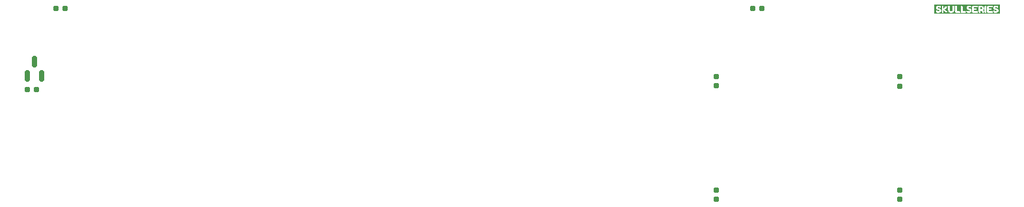
<source format=gtp>
G04 #@! TF.GenerationSoftware,KiCad,Pcbnew,(5.99.0-10527-gaaffd0c137)*
G04 #@! TF.CreationDate,2021-08-05T16:46:22-04:00*
G04 #@! TF.ProjectId,miBlackSVR_Top,6d69426c-6163-46b5-9356-525f546f702e,rev?*
G04 #@! TF.SameCoordinates,Original*
G04 #@! TF.FileFunction,Paste,Top*
G04 #@! TF.FilePolarity,Positive*
%FSLAX46Y46*%
G04 Gerber Fmt 4.6, Leading zero omitted, Abs format (unit mm)*
G04 Created by KiCad (PCBNEW (5.99.0-10527-gaaffd0c137)) date 2021-08-05 16:46:22*
%MOMM*%
%LPD*%
G01*
G04 APERTURE LIST*
G04 Aperture macros list*
%AMRoundRect*
0 Rectangle with rounded corners*
0 $1 Rounding radius*
0 $2 $3 $4 $5 $6 $7 $8 $9 X,Y pos of 4 corners*
0 Add a 4 corners polygon primitive as box body*
4,1,4,$2,$3,$4,$5,$6,$7,$8,$9,$2,$3,0*
0 Add four circle primitives for the rounded corners*
1,1,$1+$1,$2,$3*
1,1,$1+$1,$4,$5*
1,1,$1+$1,$6,$7*
1,1,$1+$1,$8,$9*
0 Add four rect primitives between the rounded corners*
20,1,$1+$1,$2,$3,$4,$5,0*
20,1,$1+$1,$4,$5,$6,$7,0*
20,1,$1+$1,$6,$7,$8,$9,0*
20,1,$1+$1,$8,$9,$2,$3,0*%
G04 Aperture macros list end*
%ADD10RoundRect,0.160000X0.160000X-0.197500X0.160000X0.197500X-0.160000X0.197500X-0.160000X-0.197500X0*%
%ADD11RoundRect,0.160000X0.197500X0.160000X-0.197500X0.160000X-0.197500X-0.160000X0.197500X-0.160000X0*%
%ADD12RoundRect,0.150000X0.150000X-0.587500X0.150000X0.587500X-0.150000X0.587500X-0.150000X-0.587500X0*%
%ADD13RoundRect,0.160000X-0.197500X-0.160000X0.197500X-0.160000X0.197500X0.160000X-0.197500X0.160000X0*%
G04 APERTURE END LIST*
G36*
X255783660Y-69533785D02*
G01*
X255820490Y-69618240D01*
X255783660Y-69702060D01*
X255710000Y-69730000D01*
X255547440Y-69730000D01*
X255547440Y-69505210D01*
X255707460Y-69505210D01*
X255783660Y-69533785D01*
G37*
G36*
X249573688Y-69170000D02*
G01*
X258127562Y-69170000D01*
X258127562Y-70343056D01*
X249573688Y-70343056D01*
X249573688Y-70018148D01*
X249785355Y-70018148D01*
X249818375Y-70091173D01*
X249829805Y-70105143D01*
X249866635Y-70143878D01*
X249923785Y-70183883D01*
X250010145Y-70220078D01*
X250065072Y-70231032D01*
X250123175Y-70234683D01*
X250199516Y-70227204D01*
X250272753Y-70204767D01*
X250342885Y-70167373D01*
X250391145Y-70125939D01*
X250429245Y-70070218D01*
X250454010Y-70002432D01*
X250462265Y-69924803D01*
X250454169Y-69848762D01*
X250429880Y-69785738D01*
X250393526Y-69737637D01*
X250349235Y-69706363D01*
X250298752Y-69685249D01*
X250243825Y-69667628D01*
X250188897Y-69653817D01*
X250138415Y-69644133D01*
X250057770Y-69614923D01*
X250025385Y-69558408D01*
X250052690Y-69503798D01*
X250121270Y-69484113D01*
X250189215Y-69500623D01*
X250208900Y-69517133D01*
X250223505Y-69529833D01*
X250289545Y-69555233D01*
X250334630Y-69539358D01*
X250378445Y-69491733D01*
X250408925Y-69421883D01*
X250396873Y-69402833D01*
X250544815Y-69402833D01*
X250544815Y-70108953D01*
X250552435Y-70173723D01*
X250586090Y-70209918D01*
X250656575Y-70221983D01*
X250721980Y-70213411D01*
X250755635Y-70187693D01*
X250767700Y-70154673D01*
X250769605Y-70110223D01*
X250769605Y-69862573D01*
X251049005Y-70181343D01*
X251127110Y-70234683D01*
X251210295Y-70190868D01*
X251261095Y-70114668D01*
X251219185Y-70035293D01*
X251171481Y-69982509D01*
X251109647Y-69918136D01*
X251033686Y-69842174D01*
X250943595Y-69754623D01*
X250994395Y-69706363D01*
X251066785Y-69636037D01*
X251129015Y-69573648D01*
X251181085Y-69519197D01*
X251222995Y-69472683D01*
X251257631Y-69402833D01*
X251356345Y-69402833D01*
X251356345Y-69785103D01*
X251362774Y-69867971D01*
X251382062Y-69946393D01*
X251414209Y-70020371D01*
X251459215Y-70089903D01*
X251516206Y-70149593D01*
X251588120Y-70196583D01*
X251671940Y-70227063D01*
X251764650Y-70237223D01*
X251857519Y-70227222D01*
X251941815Y-70197218D01*
X252014522Y-70151022D01*
X252072625Y-70092443D01*
X252118186Y-70021958D01*
X252150730Y-69947663D01*
X252170256Y-69869558D01*
X252176765Y-69787643D01*
X252176765Y-69404103D01*
X252176618Y-69402833D01*
X252278365Y-69402833D01*
X252278365Y-70108953D01*
X252285985Y-70173723D01*
X252319640Y-70209918D01*
X252390125Y-70221983D01*
X252847325Y-70221983D01*
X252913365Y-70209283D01*
X252934955Y-70181343D01*
X252941305Y-70127368D01*
X252934955Y-70073393D01*
X252909555Y-70043548D01*
X252848595Y-70034023D01*
X252503155Y-70034023D01*
X252503155Y-69404103D01*
X252503033Y-69402833D01*
X253023855Y-69402833D01*
X253023855Y-70108953D01*
X253031475Y-70173723D01*
X253065130Y-70209918D01*
X253135615Y-70221983D01*
X253592815Y-70221983D01*
X253658855Y-70209283D01*
X253680445Y-70181343D01*
X253686795Y-70127368D01*
X253680445Y-70073393D01*
X253655045Y-70043548D01*
X253594085Y-70034023D01*
X253248645Y-70034023D01*
X253248645Y-70018148D01*
X253750295Y-70018148D01*
X253783315Y-70091173D01*
X253794745Y-70105143D01*
X253831575Y-70143878D01*
X253888725Y-70183883D01*
X253975085Y-70220078D01*
X254030013Y-70231032D01*
X254088115Y-70234683D01*
X254164456Y-70227204D01*
X254237693Y-70204767D01*
X254307825Y-70167373D01*
X254356085Y-70125939D01*
X254394185Y-70070218D01*
X254418950Y-70002432D01*
X254427205Y-69924803D01*
X254419109Y-69848762D01*
X254394820Y-69785738D01*
X254358466Y-69737637D01*
X254314175Y-69706363D01*
X254263693Y-69685249D01*
X254208765Y-69667628D01*
X254153838Y-69653817D01*
X254103355Y-69644133D01*
X254022710Y-69614923D01*
X253990325Y-69558408D01*
X254017630Y-69503798D01*
X254086210Y-69484113D01*
X254154155Y-69500623D01*
X254173840Y-69517133D01*
X254188445Y-69529833D01*
X254254485Y-69555233D01*
X254299570Y-69539358D01*
X254343385Y-69491733D01*
X254373865Y-69421883D01*
X254361813Y-69402833D01*
X254509755Y-69402833D01*
X254509755Y-70108953D01*
X254517375Y-70173723D01*
X254551030Y-70209918D01*
X254621515Y-70221983D01*
X255124435Y-70221983D01*
X255190475Y-70214363D01*
X255225718Y-70180708D01*
X255237465Y-70110223D01*
X255228893Y-70044818D01*
X255203175Y-70011163D01*
X255169520Y-69999098D01*
X255125705Y-69997193D01*
X254734545Y-69997193D01*
X254734545Y-69868923D01*
X254983465Y-69868923D01*
X255049505Y-69861303D01*
X255085700Y-69827648D01*
X255097765Y-69757163D01*
X255089193Y-69691758D01*
X255063475Y-69658103D01*
X255029820Y-69646038D01*
X254986005Y-69644133D01*
X254734545Y-69644133D01*
X254734545Y-69515863D01*
X255124435Y-69515863D01*
X255190475Y-69508243D01*
X255225718Y-69474588D01*
X255237465Y-69404103D01*
X255237299Y-69402833D01*
X255320015Y-69402833D01*
X255320015Y-70107683D01*
X255327635Y-70173723D01*
X255361290Y-70208966D01*
X255431775Y-70220713D01*
X255497180Y-70212141D01*
X255530835Y-70186423D01*
X255542900Y-70152768D01*
X255544805Y-70108953D01*
X255544805Y-69965443D01*
X255704825Y-69965443D01*
X255744195Y-69962903D01*
X255793584Y-70079884D01*
X255826604Y-70156507D01*
X255843255Y-70192773D01*
X255866750Y-70217538D01*
X255907390Y-70229603D01*
X255972795Y-70211823D01*
X256031850Y-70174993D01*
X256051535Y-70130543D01*
X256045307Y-70108953D01*
X256121385Y-70108953D01*
X256129005Y-70173723D01*
X256162660Y-70209918D01*
X256233145Y-70221983D01*
X256298550Y-70213411D01*
X256332205Y-70187693D01*
X256344270Y-70154673D01*
X256346175Y-70110223D01*
X256346175Y-69404103D01*
X256346053Y-69402833D01*
X256447775Y-69402833D01*
X256447775Y-70108953D01*
X256455395Y-70173723D01*
X256489050Y-70209918D01*
X256559535Y-70221983D01*
X257062455Y-70221983D01*
X257128495Y-70214363D01*
X257163738Y-70180708D01*
X257175485Y-70110223D01*
X257166913Y-70044818D01*
X257146533Y-70018148D01*
X257238985Y-70018148D01*
X257272005Y-70091173D01*
X257283435Y-70105143D01*
X257320265Y-70143878D01*
X257377415Y-70183883D01*
X257463775Y-70220078D01*
X257518703Y-70231032D01*
X257576805Y-70234683D01*
X257653146Y-70227204D01*
X257726383Y-70204767D01*
X257796515Y-70167373D01*
X257844775Y-70125939D01*
X257882875Y-70070218D01*
X257907640Y-70002432D01*
X257915895Y-69924803D01*
X257907799Y-69848762D01*
X257883510Y-69785738D01*
X257847156Y-69737637D01*
X257802865Y-69706363D01*
X257752383Y-69685249D01*
X257697455Y-69667628D01*
X257642528Y-69653817D01*
X257592045Y-69644133D01*
X257511400Y-69614923D01*
X257479015Y-69558408D01*
X257506320Y-69503798D01*
X257574900Y-69484113D01*
X257642845Y-69500623D01*
X257662530Y-69517133D01*
X257677135Y-69529833D01*
X257743175Y-69555233D01*
X257788260Y-69539358D01*
X257832075Y-69491733D01*
X257862555Y-69421883D01*
X257823185Y-69359653D01*
X257791435Y-69335523D01*
X257704440Y-69295518D01*
X257638241Y-69280754D01*
X257565375Y-69275833D01*
X257476404Y-69285076D01*
X257400839Y-69312804D01*
X257338680Y-69359018D01*
X257292466Y-69417650D01*
X257264738Y-69482631D01*
X257255495Y-69553963D01*
X257263591Y-69629369D01*
X257287880Y-69693028D01*
X257324234Y-69743034D01*
X257368525Y-69777483D01*
X257418690Y-69802407D01*
X257472665Y-69823838D01*
X257526640Y-69840824D01*
X257576805Y-69852413D01*
X257657450Y-69880988D01*
X257689835Y-69929883D01*
X257676712Y-69983505D01*
X257637342Y-70015679D01*
X257571725Y-70026403D01*
X257510765Y-70006718D01*
X257459965Y-69965443D01*
X257403450Y-69917818D01*
X257360905Y-69901943D01*
X257293595Y-69932423D01*
X257252638Y-69980524D01*
X257238985Y-70018148D01*
X257146533Y-70018148D01*
X257141195Y-70011163D01*
X257107540Y-69999098D01*
X257063725Y-69997193D01*
X256672565Y-69997193D01*
X256672565Y-69868923D01*
X256921485Y-69868923D01*
X256987525Y-69861303D01*
X257023720Y-69827648D01*
X257035785Y-69757163D01*
X257027213Y-69691758D01*
X257001495Y-69658103D01*
X256967840Y-69646038D01*
X256924025Y-69644133D01*
X256672565Y-69644133D01*
X256672565Y-69515863D01*
X257062455Y-69515863D01*
X257128495Y-69508243D01*
X257163738Y-69474588D01*
X257175485Y-69404103D01*
X257166913Y-69338698D01*
X257141195Y-69305043D01*
X257107540Y-69292978D01*
X257063725Y-69291073D01*
X256563345Y-69291073D01*
X256471905Y-69314568D01*
X256447775Y-69402833D01*
X256346053Y-69402833D01*
X256339825Y-69338063D01*
X256305218Y-69302820D01*
X256234415Y-69291073D01*
X256169010Y-69299645D01*
X256135355Y-69325363D01*
X256123290Y-69359018D01*
X256121385Y-69402833D01*
X256121385Y-70108953D01*
X256045307Y-70108953D01*
X256032485Y-70064503D01*
X255996925Y-69983646D01*
X255968138Y-69917183D01*
X255946125Y-69865113D01*
X255999042Y-69797662D01*
X256030792Y-69718922D01*
X256041375Y-69628893D01*
X256033120Y-69550153D01*
X256008355Y-69479033D01*
X255970890Y-69418708D01*
X255924535Y-69372353D01*
X255853556Y-69327197D01*
X255781166Y-69300104D01*
X255707365Y-69291073D01*
X255433045Y-69291073D01*
X255367640Y-69299645D01*
X255333985Y-69325363D01*
X255321920Y-69359018D01*
X255320015Y-69402833D01*
X255237299Y-69402833D01*
X255228893Y-69338698D01*
X255203175Y-69305043D01*
X255169520Y-69292978D01*
X255125705Y-69291073D01*
X254625325Y-69291073D01*
X254533885Y-69314568D01*
X254509755Y-69402833D01*
X254361813Y-69402833D01*
X254334495Y-69359653D01*
X254302745Y-69335523D01*
X254215750Y-69295518D01*
X254149551Y-69280754D01*
X254076685Y-69275833D01*
X253987714Y-69285076D01*
X253912149Y-69312804D01*
X253849990Y-69359018D01*
X253803776Y-69417650D01*
X253776048Y-69482631D01*
X253766805Y-69553963D01*
X253774901Y-69629369D01*
X253799190Y-69693028D01*
X253835544Y-69743034D01*
X253879835Y-69777483D01*
X253930000Y-69802407D01*
X253983975Y-69823838D01*
X254037950Y-69840824D01*
X254088115Y-69852413D01*
X254168760Y-69880988D01*
X254201145Y-69929883D01*
X254188022Y-69983505D01*
X254148652Y-70015679D01*
X254083035Y-70026403D01*
X254022075Y-70006718D01*
X253971275Y-69965443D01*
X253914760Y-69917818D01*
X253872215Y-69901943D01*
X253804905Y-69932423D01*
X253763947Y-69980524D01*
X253750295Y-70018148D01*
X253248645Y-70018148D01*
X253248645Y-69404103D01*
X253242295Y-69338063D01*
X253207687Y-69302820D01*
X253136885Y-69291073D01*
X253071480Y-69299645D01*
X253037825Y-69325363D01*
X253025760Y-69359018D01*
X253023855Y-69402833D01*
X252503033Y-69402833D01*
X252496805Y-69338063D01*
X252462197Y-69302820D01*
X252391395Y-69291073D01*
X252325990Y-69299645D01*
X252292335Y-69325363D01*
X252280270Y-69359018D01*
X252278365Y-69402833D01*
X252176618Y-69402833D01*
X252169145Y-69338063D01*
X252152635Y-69311393D01*
X252119615Y-69296153D01*
X252061830Y-69289803D01*
X252001505Y-69297423D01*
X251964675Y-69325363D01*
X251951975Y-69395213D01*
X251951975Y-69783833D01*
X251940545Y-69868606D01*
X251906255Y-69942583D01*
X251848787Y-69994018D01*
X251767825Y-70011163D01*
X251677655Y-69989573D01*
X251620505Y-69932423D01*
X251591930Y-69860668D01*
X251582405Y-69785103D01*
X251582405Y-69404103D01*
X251567165Y-69324093D01*
X251534145Y-69297423D01*
X251469375Y-69289803D01*
X251404605Y-69297423D01*
X251370315Y-69324093D01*
X251358250Y-69357748D01*
X251356345Y-69402833D01*
X251257631Y-69402833D01*
X251261095Y-69395848D01*
X251210295Y-69319648D01*
X251126475Y-69275833D01*
X251049005Y-69327903D01*
X251003691Y-69380481D01*
X250953095Y-69438647D01*
X250897215Y-69502401D01*
X250836051Y-69571743D01*
X250769605Y-69646673D01*
X250769605Y-69404103D01*
X250763255Y-69338063D01*
X250728647Y-69302820D01*
X250657845Y-69291073D01*
X250592440Y-69299645D01*
X250558785Y-69325363D01*
X250546720Y-69359018D01*
X250544815Y-69402833D01*
X250396873Y-69402833D01*
X250369555Y-69359653D01*
X250337805Y-69335523D01*
X250250810Y-69295518D01*
X250184611Y-69280754D01*
X250111745Y-69275833D01*
X250022774Y-69285076D01*
X249947209Y-69312804D01*
X249885050Y-69359018D01*
X249838836Y-69417650D01*
X249811108Y-69482631D01*
X249801865Y-69553963D01*
X249809961Y-69629369D01*
X249834250Y-69693028D01*
X249870604Y-69743034D01*
X249914895Y-69777483D01*
X249965060Y-69802407D01*
X250019035Y-69823838D01*
X250073010Y-69840824D01*
X250123175Y-69852413D01*
X250203820Y-69880988D01*
X250236205Y-69929883D01*
X250223082Y-69983505D01*
X250183712Y-70015679D01*
X250118095Y-70026403D01*
X250057135Y-70006718D01*
X250006335Y-69965443D01*
X249949820Y-69917818D01*
X249907275Y-69901943D01*
X249839965Y-69932423D01*
X249799007Y-69980524D01*
X249785355Y-70018148D01*
X249573688Y-70018148D01*
X249573688Y-69170000D01*
G37*
D10*
X221190000Y-79757500D03*
X221190000Y-78562500D03*
D11*
X136447500Y-69660000D03*
X135252500Y-69660000D03*
D12*
X131500000Y-78457500D03*
X133400000Y-78457500D03*
X132450000Y-76582500D03*
D10*
X245080000Y-79787500D03*
X245080000Y-78592500D03*
D11*
X227147500Y-69660000D03*
X225952500Y-69660000D03*
D13*
X131512500Y-80260000D03*
X132707500Y-80260000D03*
D10*
X245110000Y-94567500D03*
X245110000Y-93372500D03*
X221190000Y-94567500D03*
X221190000Y-93372500D03*
M02*

</source>
